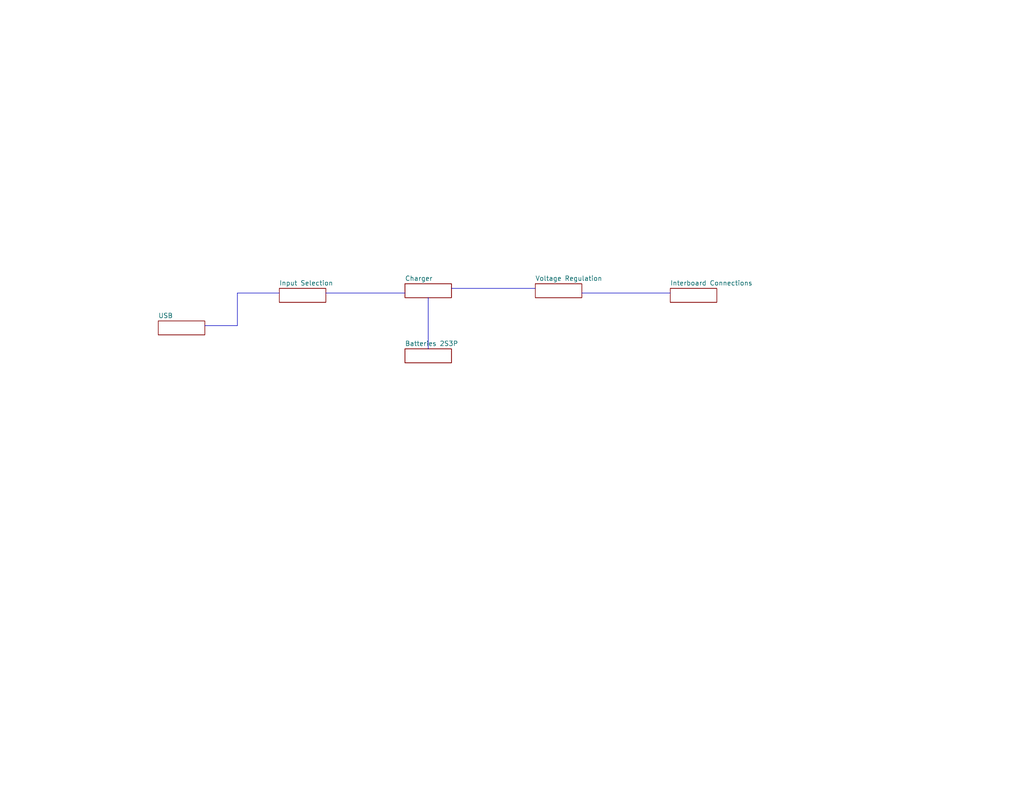
<source format=kicad_sch>
(kicad_sch (version 20230121) (generator eeschema)
  (paper "USLetter")
  (lib_symbols)
  (polyline (pts (xy 116.84 81.28) (xy 116.84 95.25)))
  (polyline (pts (xy 158.75 80.01) (xy 182.88 80.01)))
  (polyline (pts (xy 88.9 80.01) (xy 110.49 80.01)))
  (polyline (pts (xy 55.88 88.9) (xy 64.77 88.9)))
  (polyline (pts (xy 64.77 80.01) (xy 76.2 80.01)))
  (polyline (pts (xy 64.77 80.01) (xy 64.77 88.9)))
  (polyline (pts (xy 123.19 78.74) (xy 146.05 78.74)))
  (sheet (at 43.18 87.63) (size 12.7 3.81) (stroke (width 0.1524))
    (property "Sheetname" "USB" (at 43.18 86.9184 0) (effects (justify left bottom)))
    (property "Sheetfile" "usb.kicad_sch" (effects hide))
  )
  (sheet (at 110.49 95.25) (size 12.7 3.81) (stroke (width 0.1524))
    (property "Sheetname" "Batteries 2S3P" (at 110.49 94.5384 0) (effects (justify left bottom)))
    (property "Sheetfile" "batteries_2s3p.kicad_sch" (effects hide))
  )
  (sheet (at 110.49 77.47) (size 12.7 3.81) (stroke (width 0.1524))
    (property "Sheetname" "Charger" (at 110.49 76.7584 0) (effects (justify left bottom)))
    (property "Sheetfile" "charger.kicad_sch" (effects hide))
  )
  (sheet (at 146.05 77.47) (size 12.7 3.81) (stroke (width 0.1524))
    (property "Sheetname" "Voltage Regulation" (at 146.05 76.7584 0) (effects (justify left bottom)))
    (property "Sheetfile" "voltage_regulation.kicad_sch" (effects hide))
  )
  (sheet (at 182.88 78.74) (size 12.7 3.81) (stroke (width 0.1524))
    (property "Sheetname" "Interboard Connections" (at 182.88 78.0284 0) (effects (justify left bottom)))
    (property "Sheetfile" "bus_connector.kicad_sch" (effects hide))
  )
  (sheet (at 76.2 78.74) (size 12.7 3.81) (stroke (width 0.1524))
    (property "Sheetname" "Input Selection" (at 76.2 78.0284 0) (effects (justify left bottom)))
    (property "Sheetfile" "input_selection.kicad_sch" (effects hide))
  )
)
</source>
